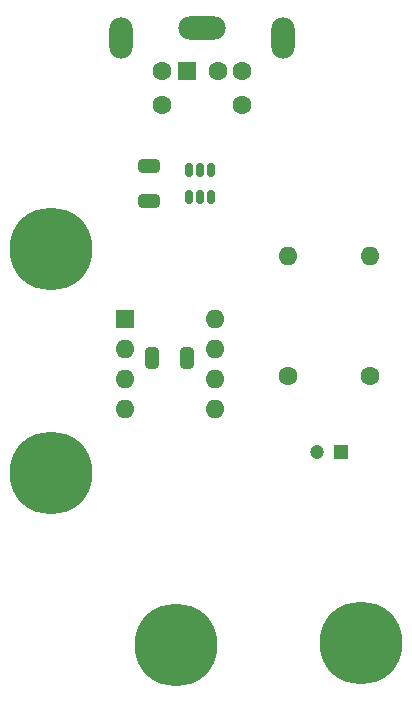
<source format=gbr>
%TF.GenerationSoftware,KiCad,Pcbnew,8.0.4*%
%TF.CreationDate,2024-09-08T08:45:51+02:00*%
%TF.ProjectId,Lichtschranke-M,4c696368-7473-4636-9872-616e6b652d4d,rev?*%
%TF.SameCoordinates,Original*%
%TF.FileFunction,Soldermask,Top*%
%TF.FilePolarity,Negative*%
%FSLAX46Y46*%
G04 Gerber Fmt 4.6, Leading zero omitted, Abs format (unit mm)*
G04 Created by KiCad (PCBNEW 8.0.4) date 2024-09-08 08:45:51*
%MOMM*%
%LPD*%
G01*
G04 APERTURE LIST*
G04 Aperture macros list*
%AMRoundRect*
0 Rectangle with rounded corners*
0 $1 Rounding radius*
0 $2 $3 $4 $5 $6 $7 $8 $9 X,Y pos of 4 corners*
0 Add a 4 corners polygon primitive as box body*
4,1,4,$2,$3,$4,$5,$6,$7,$8,$9,$2,$3,0*
0 Add four circle primitives for the rounded corners*
1,1,$1+$1,$2,$3*
1,1,$1+$1,$4,$5*
1,1,$1+$1,$6,$7*
1,1,$1+$1,$8,$9*
0 Add four rect primitives between the rounded corners*
20,1,$1+$1,$2,$3,$4,$5,0*
20,1,$1+$1,$4,$5,$6,$7,0*
20,1,$1+$1,$6,$7,$8,$9,0*
20,1,$1+$1,$8,$9,$2,$3,0*%
G04 Aperture macros list end*
%ADD10R,1.600000X1.600000*%
%ADD11C,1.600000*%
%ADD12O,2.000000X3.500000*%
%ADD13O,4.000000X2.000000*%
%ADD14RoundRect,0.150000X0.150000X-0.450000X0.150000X0.450000X-0.150000X0.450000X-0.150000X-0.450000X0*%
%ADD15O,1.600000X1.600000*%
%ADD16R,1.200000X1.200000*%
%ADD17C,1.200000*%
%ADD18RoundRect,0.250000X-0.325000X-0.650000X0.325000X-0.650000X0.325000X0.650000X-0.325000X0.650000X0*%
%ADD19C,7.000000*%
%ADD20RoundRect,0.250000X-0.650000X0.325000X-0.650000X-0.325000X0.650000X-0.325000X0.650000X0.325000X0*%
G04 APERTURE END LIST*
D10*
%TO.C,J1*%
X143500000Y-55500000D03*
D11*
X146100000Y-55500000D03*
X141400000Y-55500000D03*
X148200000Y-55500000D03*
X141400000Y-58300000D03*
X148200000Y-58300000D03*
D12*
X151650000Y-52650000D03*
D13*
X144800000Y-51850000D03*
D12*
X137950000Y-52650000D03*
%TD*%
D14*
%TO.C,U2*%
X143650000Y-66150000D03*
X144600000Y-66150000D03*
X145550000Y-66150000D03*
X145550000Y-63850000D03*
X144600000Y-63850000D03*
X143650000Y-63850000D03*
%TD*%
D11*
%TO.C,R1*%
X152030000Y-81310000D03*
D15*
X152030000Y-71150000D03*
%TD*%
D16*
%TO.C,C2*%
X156520000Y-87730000D03*
D17*
X154520000Y-87730000D03*
%TD*%
D18*
%TO.C,C3*%
X140580000Y-79730000D03*
X143530000Y-79730000D03*
%TD*%
D19*
%TO.C,J3*%
X132000000Y-89500000D03*
%TD*%
D11*
%TO.C,R2*%
X159030000Y-81310000D03*
D15*
X159030000Y-71150000D03*
%TD*%
D19*
%TO.C,J5*%
X158200000Y-103900000D03*
%TD*%
D20*
%TO.C,C1*%
X140300000Y-63525000D03*
X140300000Y-66475000D03*
%TD*%
D19*
%TO.C,J2*%
X132000000Y-70500000D03*
%TD*%
%TO.C,J4*%
X142570000Y-104050000D03*
%TD*%
D10*
%TO.C,U1*%
X138230000Y-76430000D03*
D15*
X138230000Y-78970000D03*
X138230000Y-81510000D03*
X138230000Y-84050000D03*
X145850000Y-84050000D03*
X145850000Y-81510000D03*
X145850000Y-78970000D03*
X145850000Y-76430000D03*
%TD*%
M02*

</source>
